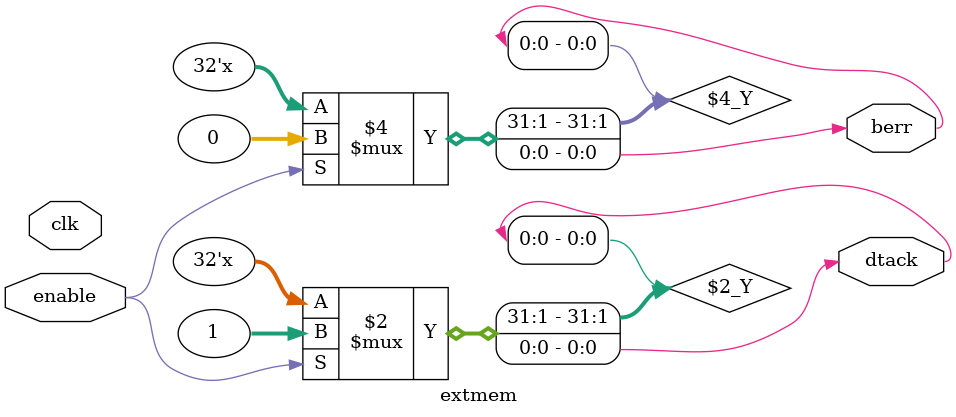
<source format=v>
module extmem(
    enable,
    clk,
    dtack,
    berr
);
   input enable;
   input clk;
   output dtack;
   output berr;

   assign dtack = enable ? 1'b1 : 'bz;
   assign berr = enable ? 1'b0 : 'bz;

endmodule

</source>
